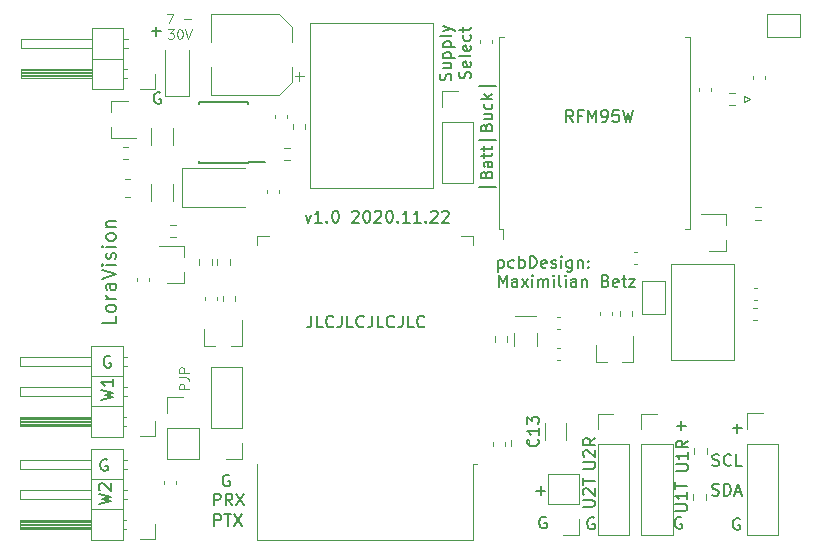
<source format=gbr>
G04 #@! TF.GenerationSoftware,KiCad,Pcbnew,(5.1.7)-1*
G04 #@! TF.CreationDate,2020-12-10T21:45:52+01:00*
G04 #@! TF.ProjectId,lora,6c6f7261-2e6b-4696-9361-645f70636258,v1.0*
G04 #@! TF.SameCoordinates,Original*
G04 #@! TF.FileFunction,Legend,Top*
G04 #@! TF.FilePolarity,Positive*
%FSLAX46Y46*%
G04 Gerber Fmt 4.6, Leading zero omitted, Abs format (unit mm)*
G04 Created by KiCad (PCBNEW (5.1.7)-1) date 2020-12-10 21:45:52*
%MOMM*%
%LPD*%
G01*
G04 APERTURE LIST*
%ADD10C,0.150000*%
%ADD11C,0.120000*%
%ADD12C,0.200000*%
G04 APERTURE END LIST*
D10*
X224581904Y-135040000D02*
X224486666Y-134992380D01*
X224343809Y-134992380D01*
X224200952Y-135040000D01*
X224105714Y-135135238D01*
X224058095Y-135230476D01*
X224010476Y-135420952D01*
X224010476Y-135563809D01*
X224058095Y-135754285D01*
X224105714Y-135849523D01*
X224200952Y-135944761D01*
X224343809Y-135992380D01*
X224439047Y-135992380D01*
X224581904Y-135944761D01*
X224629523Y-135897142D01*
X224629523Y-135563809D01*
X224439047Y-135563809D01*
D11*
X176083333Y-92281904D02*
X176616666Y-92281904D01*
X176273809Y-93081904D01*
X177530952Y-92777142D02*
X178140476Y-92777142D01*
X176159523Y-93601904D02*
X176654761Y-93601904D01*
X176388095Y-93906666D01*
X176502380Y-93906666D01*
X176578571Y-93944761D01*
X176616666Y-93982857D01*
X176654761Y-94059047D01*
X176654761Y-94249523D01*
X176616666Y-94325714D01*
X176578571Y-94363809D01*
X176502380Y-94401904D01*
X176273809Y-94401904D01*
X176197619Y-94363809D01*
X176159523Y-94325714D01*
X177150000Y-93601904D02*
X177226190Y-93601904D01*
X177302380Y-93640000D01*
X177340476Y-93678095D01*
X177378571Y-93754285D01*
X177416666Y-93906666D01*
X177416666Y-94097142D01*
X177378571Y-94249523D01*
X177340476Y-94325714D01*
X177302380Y-94363809D01*
X177226190Y-94401904D01*
X177150000Y-94401904D01*
X177073809Y-94363809D01*
X177035714Y-94325714D01*
X176997619Y-94249523D01*
X176959523Y-94097142D01*
X176959523Y-93906666D01*
X176997619Y-93754285D01*
X177035714Y-93678095D01*
X177073809Y-93640000D01*
X177150000Y-93601904D01*
X177645238Y-93601904D02*
X177911904Y-94401904D01*
X178178571Y-93601904D01*
D10*
X188330952Y-117862380D02*
X188330952Y-118576666D01*
X188283333Y-118719523D01*
X188188095Y-118814761D01*
X188045238Y-118862380D01*
X187950000Y-118862380D01*
X189283333Y-118862380D02*
X188807142Y-118862380D01*
X188807142Y-117862380D01*
X190188095Y-118767142D02*
X190140476Y-118814761D01*
X189997619Y-118862380D01*
X189902380Y-118862380D01*
X189759523Y-118814761D01*
X189664285Y-118719523D01*
X189616666Y-118624285D01*
X189569047Y-118433809D01*
X189569047Y-118290952D01*
X189616666Y-118100476D01*
X189664285Y-118005238D01*
X189759523Y-117910000D01*
X189902380Y-117862380D01*
X189997619Y-117862380D01*
X190140476Y-117910000D01*
X190188095Y-117957619D01*
X190902380Y-117862380D02*
X190902380Y-118576666D01*
X190854761Y-118719523D01*
X190759523Y-118814761D01*
X190616666Y-118862380D01*
X190521428Y-118862380D01*
X191854761Y-118862380D02*
X191378571Y-118862380D01*
X191378571Y-117862380D01*
X192759523Y-118767142D02*
X192711904Y-118814761D01*
X192569047Y-118862380D01*
X192473809Y-118862380D01*
X192330952Y-118814761D01*
X192235714Y-118719523D01*
X192188095Y-118624285D01*
X192140476Y-118433809D01*
X192140476Y-118290952D01*
X192188095Y-118100476D01*
X192235714Y-118005238D01*
X192330952Y-117910000D01*
X192473809Y-117862380D01*
X192569047Y-117862380D01*
X192711904Y-117910000D01*
X192759523Y-117957619D01*
X193473809Y-117862380D02*
X193473809Y-118576666D01*
X193426190Y-118719523D01*
X193330952Y-118814761D01*
X193188095Y-118862380D01*
X193092857Y-118862380D01*
X194426190Y-118862380D02*
X193950000Y-118862380D01*
X193950000Y-117862380D01*
X195330952Y-118767142D02*
X195283333Y-118814761D01*
X195140476Y-118862380D01*
X195045238Y-118862380D01*
X194902380Y-118814761D01*
X194807142Y-118719523D01*
X194759523Y-118624285D01*
X194711904Y-118433809D01*
X194711904Y-118290952D01*
X194759523Y-118100476D01*
X194807142Y-118005238D01*
X194902380Y-117910000D01*
X195045238Y-117862380D01*
X195140476Y-117862380D01*
X195283333Y-117910000D01*
X195330952Y-117957619D01*
X196045238Y-117862380D02*
X196045238Y-118576666D01*
X195997619Y-118719523D01*
X195902380Y-118814761D01*
X195759523Y-118862380D01*
X195664285Y-118862380D01*
X196997619Y-118862380D02*
X196521428Y-118862380D01*
X196521428Y-117862380D01*
X197902380Y-118767142D02*
X197854761Y-118814761D01*
X197711904Y-118862380D01*
X197616666Y-118862380D01*
X197473809Y-118814761D01*
X197378571Y-118719523D01*
X197330952Y-118624285D01*
X197283333Y-118433809D01*
X197283333Y-118290952D01*
X197330952Y-118100476D01*
X197378571Y-118005238D01*
X197473809Y-117910000D01*
X197616666Y-117862380D01*
X197711904Y-117862380D01*
X197854761Y-117910000D01*
X197902380Y-117957619D01*
X223989047Y-127381428D02*
X224750952Y-127381428D01*
X224370000Y-127762380D02*
X224370000Y-127000476D01*
D12*
X171762857Y-117902857D02*
X171762857Y-118474285D01*
X170562857Y-118474285D01*
X171762857Y-117331428D02*
X171705714Y-117445714D01*
X171648571Y-117502857D01*
X171534285Y-117560000D01*
X171191428Y-117560000D01*
X171077142Y-117502857D01*
X171020000Y-117445714D01*
X170962857Y-117331428D01*
X170962857Y-117160000D01*
X171020000Y-117045714D01*
X171077142Y-116988571D01*
X171191428Y-116931428D01*
X171534285Y-116931428D01*
X171648571Y-116988571D01*
X171705714Y-117045714D01*
X171762857Y-117160000D01*
X171762857Y-117331428D01*
X171762857Y-116417142D02*
X170962857Y-116417142D01*
X171191428Y-116417142D02*
X171077142Y-116360000D01*
X171020000Y-116302857D01*
X170962857Y-116188571D01*
X170962857Y-116074285D01*
X171762857Y-115160000D02*
X171134285Y-115160000D01*
X171020000Y-115217142D01*
X170962857Y-115331428D01*
X170962857Y-115560000D01*
X171020000Y-115674285D01*
X171705714Y-115160000D02*
X171762857Y-115274285D01*
X171762857Y-115560000D01*
X171705714Y-115674285D01*
X171591428Y-115731428D01*
X171477142Y-115731428D01*
X171362857Y-115674285D01*
X171305714Y-115560000D01*
X171305714Y-115274285D01*
X171248571Y-115160000D01*
X170562857Y-114760000D02*
X171762857Y-114360000D01*
X170562857Y-113960000D01*
X171762857Y-113560000D02*
X170962857Y-113560000D01*
X170562857Y-113560000D02*
X170620000Y-113617142D01*
X170677142Y-113560000D01*
X170620000Y-113502857D01*
X170562857Y-113560000D01*
X170677142Y-113560000D01*
X171705714Y-113045714D02*
X171762857Y-112931428D01*
X171762857Y-112702857D01*
X171705714Y-112588571D01*
X171591428Y-112531428D01*
X171534285Y-112531428D01*
X171420000Y-112588571D01*
X171362857Y-112702857D01*
X171362857Y-112874285D01*
X171305714Y-112988571D01*
X171191428Y-113045714D01*
X171134285Y-113045714D01*
X171020000Y-112988571D01*
X170962857Y-112874285D01*
X170962857Y-112702857D01*
X171020000Y-112588571D01*
X171762857Y-112017142D02*
X170962857Y-112017142D01*
X170562857Y-112017142D02*
X170620000Y-112074285D01*
X170677142Y-112017142D01*
X170620000Y-111960000D01*
X170562857Y-112017142D01*
X170677142Y-112017142D01*
X171762857Y-111274285D02*
X171705714Y-111388571D01*
X171648571Y-111445714D01*
X171534285Y-111502857D01*
X171191428Y-111502857D01*
X171077142Y-111445714D01*
X171020000Y-111388571D01*
X170962857Y-111274285D01*
X170962857Y-111102857D01*
X171020000Y-110988571D01*
X171077142Y-110931428D01*
X171191428Y-110874285D01*
X171534285Y-110874285D01*
X171648571Y-110931428D01*
X171705714Y-110988571D01*
X171762857Y-111102857D01*
X171762857Y-111274285D01*
X170962857Y-110360000D02*
X171762857Y-110360000D01*
X171077142Y-110360000D02*
X171020000Y-110302857D01*
X170962857Y-110188571D01*
X170962857Y-110017142D01*
X171020000Y-109902857D01*
X171134285Y-109845714D01*
X171762857Y-109845714D01*
D10*
X187834761Y-109315714D02*
X188072857Y-109982380D01*
X188310952Y-109315714D01*
X189215714Y-109982380D02*
X188644285Y-109982380D01*
X188930000Y-109982380D02*
X188930000Y-108982380D01*
X188834761Y-109125238D01*
X188739523Y-109220476D01*
X188644285Y-109268095D01*
X189644285Y-109887142D02*
X189691904Y-109934761D01*
X189644285Y-109982380D01*
X189596666Y-109934761D01*
X189644285Y-109887142D01*
X189644285Y-109982380D01*
X190310952Y-108982380D02*
X190406190Y-108982380D01*
X190501428Y-109030000D01*
X190549047Y-109077619D01*
X190596666Y-109172857D01*
X190644285Y-109363333D01*
X190644285Y-109601428D01*
X190596666Y-109791904D01*
X190549047Y-109887142D01*
X190501428Y-109934761D01*
X190406190Y-109982380D01*
X190310952Y-109982380D01*
X190215714Y-109934761D01*
X190168095Y-109887142D01*
X190120476Y-109791904D01*
X190072857Y-109601428D01*
X190072857Y-109363333D01*
X190120476Y-109172857D01*
X190168095Y-109077619D01*
X190215714Y-109030000D01*
X190310952Y-108982380D01*
X191787142Y-109077619D02*
X191834761Y-109030000D01*
X191930000Y-108982380D01*
X192168095Y-108982380D01*
X192263333Y-109030000D01*
X192310952Y-109077619D01*
X192358571Y-109172857D01*
X192358571Y-109268095D01*
X192310952Y-109410952D01*
X191739523Y-109982380D01*
X192358571Y-109982380D01*
X192977619Y-108982380D02*
X193072857Y-108982380D01*
X193168095Y-109030000D01*
X193215714Y-109077619D01*
X193263333Y-109172857D01*
X193310952Y-109363333D01*
X193310952Y-109601428D01*
X193263333Y-109791904D01*
X193215714Y-109887142D01*
X193168095Y-109934761D01*
X193072857Y-109982380D01*
X192977619Y-109982380D01*
X192882380Y-109934761D01*
X192834761Y-109887142D01*
X192787142Y-109791904D01*
X192739523Y-109601428D01*
X192739523Y-109363333D01*
X192787142Y-109172857D01*
X192834761Y-109077619D01*
X192882380Y-109030000D01*
X192977619Y-108982380D01*
X193691904Y-109077619D02*
X193739523Y-109030000D01*
X193834761Y-108982380D01*
X194072857Y-108982380D01*
X194168095Y-109030000D01*
X194215714Y-109077619D01*
X194263333Y-109172857D01*
X194263333Y-109268095D01*
X194215714Y-109410952D01*
X193644285Y-109982380D01*
X194263333Y-109982380D01*
X194882380Y-108982380D02*
X194977619Y-108982380D01*
X195072857Y-109030000D01*
X195120476Y-109077619D01*
X195168095Y-109172857D01*
X195215714Y-109363333D01*
X195215714Y-109601428D01*
X195168095Y-109791904D01*
X195120476Y-109887142D01*
X195072857Y-109934761D01*
X194977619Y-109982380D01*
X194882380Y-109982380D01*
X194787142Y-109934761D01*
X194739523Y-109887142D01*
X194691904Y-109791904D01*
X194644285Y-109601428D01*
X194644285Y-109363333D01*
X194691904Y-109172857D01*
X194739523Y-109077619D01*
X194787142Y-109030000D01*
X194882380Y-108982380D01*
X195644285Y-109887142D02*
X195691904Y-109934761D01*
X195644285Y-109982380D01*
X195596666Y-109934761D01*
X195644285Y-109887142D01*
X195644285Y-109982380D01*
X196644285Y-109982380D02*
X196072857Y-109982380D01*
X196358571Y-109982380D02*
X196358571Y-108982380D01*
X196263333Y-109125238D01*
X196168095Y-109220476D01*
X196072857Y-109268095D01*
X197596666Y-109982380D02*
X197025238Y-109982380D01*
X197310952Y-109982380D02*
X197310952Y-108982380D01*
X197215714Y-109125238D01*
X197120476Y-109220476D01*
X197025238Y-109268095D01*
X198025238Y-109887142D02*
X198072857Y-109934761D01*
X198025238Y-109982380D01*
X197977619Y-109934761D01*
X198025238Y-109887142D01*
X198025238Y-109982380D01*
X198453809Y-109077619D02*
X198501428Y-109030000D01*
X198596666Y-108982380D01*
X198834761Y-108982380D01*
X198930000Y-109030000D01*
X198977619Y-109077619D01*
X199025238Y-109172857D01*
X199025238Y-109268095D01*
X198977619Y-109410952D01*
X198406190Y-109982380D01*
X199025238Y-109982380D01*
X199406190Y-109077619D02*
X199453809Y-109030000D01*
X199549047Y-108982380D01*
X199787142Y-108982380D01*
X199882380Y-109030000D01*
X199930000Y-109077619D01*
X199977619Y-109172857D01*
X199977619Y-109268095D01*
X199930000Y-109410952D01*
X199358571Y-109982380D01*
X199977619Y-109982380D01*
D12*
X204191904Y-115422380D02*
X204191904Y-114422380D01*
X204525238Y-115136666D01*
X204858571Y-114422380D01*
X204858571Y-115422380D01*
X205763333Y-115422380D02*
X205763333Y-114898571D01*
X205715714Y-114803333D01*
X205620476Y-114755714D01*
X205430000Y-114755714D01*
X205334761Y-114803333D01*
X205763333Y-115374761D02*
X205668095Y-115422380D01*
X205430000Y-115422380D01*
X205334761Y-115374761D01*
X205287142Y-115279523D01*
X205287142Y-115184285D01*
X205334761Y-115089047D01*
X205430000Y-115041428D01*
X205668095Y-115041428D01*
X205763333Y-114993809D01*
X206144285Y-115422380D02*
X206668095Y-114755714D01*
X206144285Y-114755714D02*
X206668095Y-115422380D01*
X207049047Y-115422380D02*
X207049047Y-114755714D01*
X207049047Y-114422380D02*
X207001428Y-114470000D01*
X207049047Y-114517619D01*
X207096666Y-114470000D01*
X207049047Y-114422380D01*
X207049047Y-114517619D01*
X207525238Y-115422380D02*
X207525238Y-114755714D01*
X207525238Y-114850952D02*
X207572857Y-114803333D01*
X207668095Y-114755714D01*
X207810952Y-114755714D01*
X207906190Y-114803333D01*
X207953809Y-114898571D01*
X207953809Y-115422380D01*
X207953809Y-114898571D02*
X208001428Y-114803333D01*
X208096666Y-114755714D01*
X208239523Y-114755714D01*
X208334761Y-114803333D01*
X208382380Y-114898571D01*
X208382380Y-115422380D01*
X208858571Y-115422380D02*
X208858571Y-114755714D01*
X208858571Y-114422380D02*
X208810952Y-114470000D01*
X208858571Y-114517619D01*
X208906190Y-114470000D01*
X208858571Y-114422380D01*
X208858571Y-114517619D01*
X209477619Y-115422380D02*
X209382380Y-115374761D01*
X209334761Y-115279523D01*
X209334761Y-114422380D01*
X209858571Y-115422380D02*
X209858571Y-114755714D01*
X209858571Y-114422380D02*
X209810952Y-114470000D01*
X209858571Y-114517619D01*
X209906190Y-114470000D01*
X209858571Y-114422380D01*
X209858571Y-114517619D01*
X210763333Y-115422380D02*
X210763333Y-114898571D01*
X210715714Y-114803333D01*
X210620476Y-114755714D01*
X210430000Y-114755714D01*
X210334761Y-114803333D01*
X210763333Y-115374761D02*
X210668095Y-115422380D01*
X210430000Y-115422380D01*
X210334761Y-115374761D01*
X210287142Y-115279523D01*
X210287142Y-115184285D01*
X210334761Y-115089047D01*
X210430000Y-115041428D01*
X210668095Y-115041428D01*
X210763333Y-114993809D01*
X211239523Y-114755714D02*
X211239523Y-115422380D01*
X211239523Y-114850952D02*
X211287142Y-114803333D01*
X211382380Y-114755714D01*
X211525238Y-114755714D01*
X211620476Y-114803333D01*
X211668095Y-114898571D01*
X211668095Y-115422380D01*
X213239523Y-114898571D02*
X213382380Y-114946190D01*
X213430000Y-114993809D01*
X213477619Y-115089047D01*
X213477619Y-115231904D01*
X213430000Y-115327142D01*
X213382380Y-115374761D01*
X213287142Y-115422380D01*
X212906190Y-115422380D01*
X212906190Y-114422380D01*
X213239523Y-114422380D01*
X213334761Y-114470000D01*
X213382380Y-114517619D01*
X213430000Y-114612857D01*
X213430000Y-114708095D01*
X213382380Y-114803333D01*
X213334761Y-114850952D01*
X213239523Y-114898571D01*
X212906190Y-114898571D01*
X214287142Y-115374761D02*
X214191904Y-115422380D01*
X214001428Y-115422380D01*
X213906190Y-115374761D01*
X213858571Y-115279523D01*
X213858571Y-114898571D01*
X213906190Y-114803333D01*
X214001428Y-114755714D01*
X214191904Y-114755714D01*
X214287142Y-114803333D01*
X214334761Y-114898571D01*
X214334761Y-114993809D01*
X213858571Y-115089047D01*
X214620476Y-114755714D02*
X215001428Y-114755714D01*
X214763333Y-114422380D02*
X214763333Y-115279523D01*
X214810952Y-115374761D01*
X214906190Y-115422380D01*
X215001428Y-115422380D01*
X215239523Y-114755714D02*
X215763333Y-114755714D01*
X215239523Y-115422380D01*
X215763333Y-115422380D01*
D10*
X204160476Y-113155714D02*
X204160476Y-114155714D01*
X204160476Y-113203333D02*
X204255714Y-113155714D01*
X204446190Y-113155714D01*
X204541428Y-113203333D01*
X204589047Y-113250952D01*
X204636666Y-113346190D01*
X204636666Y-113631904D01*
X204589047Y-113727142D01*
X204541428Y-113774761D01*
X204446190Y-113822380D01*
X204255714Y-113822380D01*
X204160476Y-113774761D01*
X205493809Y-113774761D02*
X205398571Y-113822380D01*
X205208095Y-113822380D01*
X205112857Y-113774761D01*
X205065238Y-113727142D01*
X205017619Y-113631904D01*
X205017619Y-113346190D01*
X205065238Y-113250952D01*
X205112857Y-113203333D01*
X205208095Y-113155714D01*
X205398571Y-113155714D01*
X205493809Y-113203333D01*
X205922380Y-113822380D02*
X205922380Y-112822380D01*
X205922380Y-113203333D02*
X206017619Y-113155714D01*
X206208095Y-113155714D01*
X206303333Y-113203333D01*
X206350952Y-113250952D01*
X206398571Y-113346190D01*
X206398571Y-113631904D01*
X206350952Y-113727142D01*
X206303333Y-113774761D01*
X206208095Y-113822380D01*
X206017619Y-113822380D01*
X205922380Y-113774761D01*
X206827142Y-113822380D02*
X206827142Y-112822380D01*
X207065238Y-112822380D01*
X207208095Y-112870000D01*
X207303333Y-112965238D01*
X207350952Y-113060476D01*
X207398571Y-113250952D01*
X207398571Y-113393809D01*
X207350952Y-113584285D01*
X207303333Y-113679523D01*
X207208095Y-113774761D01*
X207065238Y-113822380D01*
X206827142Y-113822380D01*
X208208095Y-113774761D02*
X208112857Y-113822380D01*
X207922380Y-113822380D01*
X207827142Y-113774761D01*
X207779523Y-113679523D01*
X207779523Y-113298571D01*
X207827142Y-113203333D01*
X207922380Y-113155714D01*
X208112857Y-113155714D01*
X208208095Y-113203333D01*
X208255714Y-113298571D01*
X208255714Y-113393809D01*
X207779523Y-113489047D01*
X208636666Y-113774761D02*
X208731904Y-113822380D01*
X208922380Y-113822380D01*
X209017619Y-113774761D01*
X209065238Y-113679523D01*
X209065238Y-113631904D01*
X209017619Y-113536666D01*
X208922380Y-113489047D01*
X208779523Y-113489047D01*
X208684285Y-113441428D01*
X208636666Y-113346190D01*
X208636666Y-113298571D01*
X208684285Y-113203333D01*
X208779523Y-113155714D01*
X208922380Y-113155714D01*
X209017619Y-113203333D01*
X209493809Y-113822380D02*
X209493809Y-113155714D01*
X209493809Y-112822380D02*
X209446190Y-112870000D01*
X209493809Y-112917619D01*
X209541428Y-112870000D01*
X209493809Y-112822380D01*
X209493809Y-112917619D01*
X210398571Y-113155714D02*
X210398571Y-113965238D01*
X210350952Y-114060476D01*
X210303333Y-114108095D01*
X210208095Y-114155714D01*
X210065238Y-114155714D01*
X209970000Y-114108095D01*
X210398571Y-113774761D02*
X210303333Y-113822380D01*
X210112857Y-113822380D01*
X210017619Y-113774761D01*
X209970000Y-113727142D01*
X209922380Y-113631904D01*
X209922380Y-113346190D01*
X209970000Y-113250952D01*
X210017619Y-113203333D01*
X210112857Y-113155714D01*
X210303333Y-113155714D01*
X210398571Y-113203333D01*
X210874761Y-113155714D02*
X210874761Y-113822380D01*
X210874761Y-113250952D02*
X210922380Y-113203333D01*
X211017619Y-113155714D01*
X211160476Y-113155714D01*
X211255714Y-113203333D01*
X211303333Y-113298571D01*
X211303333Y-113822380D01*
X211779523Y-113727142D02*
X211827142Y-113774761D01*
X211779523Y-113822380D01*
X211731904Y-113774761D01*
X211779523Y-113727142D01*
X211779523Y-113822380D01*
X211779523Y-113203333D02*
X211827142Y-113250952D01*
X211779523Y-113298571D01*
X211731904Y-113250952D01*
X211779523Y-113203333D01*
X211779523Y-113298571D01*
X210485714Y-101452380D02*
X210152380Y-100976190D01*
X209914285Y-101452380D02*
X209914285Y-100452380D01*
X210295238Y-100452380D01*
X210390476Y-100500000D01*
X210438095Y-100547619D01*
X210485714Y-100642857D01*
X210485714Y-100785714D01*
X210438095Y-100880952D01*
X210390476Y-100928571D01*
X210295238Y-100976190D01*
X209914285Y-100976190D01*
X211247619Y-100928571D02*
X210914285Y-100928571D01*
X210914285Y-101452380D02*
X210914285Y-100452380D01*
X211390476Y-100452380D01*
X211771428Y-101452380D02*
X211771428Y-100452380D01*
X212104761Y-101166666D01*
X212438095Y-100452380D01*
X212438095Y-101452380D01*
X212961904Y-101452380D02*
X213152380Y-101452380D01*
X213247619Y-101404761D01*
X213295238Y-101357142D01*
X213390476Y-101214285D01*
X213438095Y-101023809D01*
X213438095Y-100642857D01*
X213390476Y-100547619D01*
X213342857Y-100500000D01*
X213247619Y-100452380D01*
X213057142Y-100452380D01*
X212961904Y-100500000D01*
X212914285Y-100547619D01*
X212866666Y-100642857D01*
X212866666Y-100880952D01*
X212914285Y-100976190D01*
X212961904Y-101023809D01*
X213057142Y-101071428D01*
X213247619Y-101071428D01*
X213342857Y-101023809D01*
X213390476Y-100976190D01*
X213438095Y-100880952D01*
X214342857Y-100452380D02*
X213866666Y-100452380D01*
X213819047Y-100928571D01*
X213866666Y-100880952D01*
X213961904Y-100833333D01*
X214200000Y-100833333D01*
X214295238Y-100880952D01*
X214342857Y-100928571D01*
X214390476Y-101023809D01*
X214390476Y-101261904D01*
X214342857Y-101357142D01*
X214295238Y-101404761D01*
X214200000Y-101452380D01*
X213961904Y-101452380D01*
X213866666Y-101404761D01*
X213819047Y-101357142D01*
X214723809Y-100452380D02*
X214961904Y-101452380D01*
X215152380Y-100738095D01*
X215342857Y-101452380D01*
X215580952Y-100452380D01*
X175551904Y-98990000D02*
X175456666Y-98942380D01*
X175313809Y-98942380D01*
X175170952Y-98990000D01*
X175075714Y-99085238D01*
X175028095Y-99180476D01*
X174980476Y-99370952D01*
X174980476Y-99513809D01*
X175028095Y-99704285D01*
X175075714Y-99799523D01*
X175170952Y-99894761D01*
X175313809Y-99942380D01*
X175409047Y-99942380D01*
X175551904Y-99894761D01*
X175599523Y-99847142D01*
X175599523Y-99513809D01*
X175409047Y-99513809D01*
X174799047Y-93791428D02*
X175560952Y-93791428D01*
X175180000Y-94172380D02*
X175180000Y-93410476D01*
X208201904Y-134920000D02*
X208106666Y-134872380D01*
X207963809Y-134872380D01*
X207820952Y-134920000D01*
X207725714Y-135015238D01*
X207678095Y-135110476D01*
X207630476Y-135300952D01*
X207630476Y-135443809D01*
X207678095Y-135634285D01*
X207725714Y-135729523D01*
X207820952Y-135824761D01*
X207963809Y-135872380D01*
X208059047Y-135872380D01*
X208201904Y-135824761D01*
X208249523Y-135777142D01*
X208249523Y-135443809D01*
X208059047Y-135443809D01*
X219661904Y-134950000D02*
X219566666Y-134902380D01*
X219423809Y-134902380D01*
X219280952Y-134950000D01*
X219185714Y-135045238D01*
X219138095Y-135140476D01*
X219090476Y-135330952D01*
X219090476Y-135473809D01*
X219138095Y-135664285D01*
X219185714Y-135759523D01*
X219280952Y-135854761D01*
X219423809Y-135902380D01*
X219519047Y-135902380D01*
X219661904Y-135854761D01*
X219709523Y-135807142D01*
X219709523Y-135473809D01*
X219519047Y-135473809D01*
X170322380Y-133834761D02*
X171322380Y-133596666D01*
X170608095Y-133406190D01*
X171322380Y-133215714D01*
X170322380Y-132977619D01*
X170417619Y-132644285D02*
X170370000Y-132596666D01*
X170322380Y-132501428D01*
X170322380Y-132263333D01*
X170370000Y-132168095D01*
X170417619Y-132120476D01*
X170512857Y-132072857D01*
X170608095Y-132072857D01*
X170750952Y-132120476D01*
X171322380Y-132691904D01*
X171322380Y-132072857D01*
X219202380Y-131011904D02*
X220011904Y-131011904D01*
X220107142Y-130964285D01*
X220154761Y-130916666D01*
X220202380Y-130821428D01*
X220202380Y-130630952D01*
X220154761Y-130535714D01*
X220107142Y-130488095D01*
X220011904Y-130440476D01*
X219202380Y-130440476D01*
X220202380Y-129440476D02*
X220202380Y-130011904D01*
X220202380Y-129726190D02*
X219202380Y-129726190D01*
X219345238Y-129821428D01*
X219440476Y-129916666D01*
X219488095Y-130011904D01*
X220202380Y-128440476D02*
X219726190Y-128773809D01*
X220202380Y-129011904D02*
X219202380Y-129011904D01*
X219202380Y-128630952D01*
X219250000Y-128535714D01*
X219297619Y-128488095D01*
X219392857Y-128440476D01*
X219535714Y-128440476D01*
X219630952Y-128488095D01*
X219678571Y-128535714D01*
X219726190Y-128630952D01*
X219726190Y-129011904D01*
X219152380Y-134392857D02*
X219961904Y-134392857D01*
X220057142Y-134345238D01*
X220104761Y-134297619D01*
X220152380Y-134202380D01*
X220152380Y-134011904D01*
X220104761Y-133916666D01*
X220057142Y-133869047D01*
X219961904Y-133821428D01*
X219152380Y-133821428D01*
X220152380Y-132821428D02*
X220152380Y-133392857D01*
X220152380Y-133107142D02*
X219152380Y-133107142D01*
X219295238Y-133202380D01*
X219390476Y-133297619D01*
X219438095Y-133392857D01*
X219152380Y-132535714D02*
X219152380Y-131964285D01*
X220152380Y-132250000D02*
X219152380Y-132250000D01*
X171031904Y-130060000D02*
X170936666Y-130012380D01*
X170793809Y-130012380D01*
X170650952Y-130060000D01*
X170555714Y-130155238D01*
X170508095Y-130250476D01*
X170460476Y-130440952D01*
X170460476Y-130583809D01*
X170508095Y-130774285D01*
X170555714Y-130869523D01*
X170650952Y-130964761D01*
X170793809Y-131012380D01*
X170889047Y-131012380D01*
X171031904Y-130964761D01*
X171079523Y-130917142D01*
X171079523Y-130583809D01*
X170889047Y-130583809D01*
X171301904Y-121310000D02*
X171206666Y-121262380D01*
X171063809Y-121262380D01*
X170920952Y-121310000D01*
X170825714Y-121405238D01*
X170778095Y-121500476D01*
X170730476Y-121690952D01*
X170730476Y-121833809D01*
X170778095Y-122024285D01*
X170825714Y-122119523D01*
X170920952Y-122214761D01*
X171063809Y-122262380D01*
X171159047Y-122262380D01*
X171301904Y-122214761D01*
X171349523Y-122167142D01*
X171349523Y-121833809D01*
X171159047Y-121833809D01*
X212261904Y-135000000D02*
X212166666Y-134952380D01*
X212023809Y-134952380D01*
X211880952Y-135000000D01*
X211785714Y-135095238D01*
X211738095Y-135190476D01*
X211690476Y-135380952D01*
X211690476Y-135523809D01*
X211738095Y-135714285D01*
X211785714Y-135809523D01*
X211880952Y-135904761D01*
X212023809Y-135952380D01*
X212119047Y-135952380D01*
X212261904Y-135904761D01*
X212309523Y-135857142D01*
X212309523Y-135523809D01*
X212119047Y-135523809D01*
X211352380Y-130811904D02*
X212161904Y-130811904D01*
X212257142Y-130764285D01*
X212304761Y-130716666D01*
X212352380Y-130621428D01*
X212352380Y-130430952D01*
X212304761Y-130335714D01*
X212257142Y-130288095D01*
X212161904Y-130240476D01*
X211352380Y-130240476D01*
X211447619Y-129811904D02*
X211400000Y-129764285D01*
X211352380Y-129669047D01*
X211352380Y-129430952D01*
X211400000Y-129335714D01*
X211447619Y-129288095D01*
X211542857Y-129240476D01*
X211638095Y-129240476D01*
X211780952Y-129288095D01*
X212352380Y-129859523D01*
X212352380Y-129240476D01*
X212352380Y-128240476D02*
X211876190Y-128573809D01*
X212352380Y-128811904D02*
X211352380Y-128811904D01*
X211352380Y-128430952D01*
X211400000Y-128335714D01*
X211447619Y-128288095D01*
X211542857Y-128240476D01*
X211685714Y-128240476D01*
X211780952Y-128288095D01*
X211828571Y-128335714D01*
X211876190Y-128430952D01*
X211876190Y-128811904D01*
X211302380Y-134042857D02*
X212111904Y-134042857D01*
X212207142Y-133995238D01*
X212254761Y-133947619D01*
X212302380Y-133852380D01*
X212302380Y-133661904D01*
X212254761Y-133566666D01*
X212207142Y-133519047D01*
X212111904Y-133471428D01*
X211302380Y-133471428D01*
X211397619Y-133042857D02*
X211350000Y-132995238D01*
X211302380Y-132900000D01*
X211302380Y-132661904D01*
X211350000Y-132566666D01*
X211397619Y-132519047D01*
X211492857Y-132471428D01*
X211588095Y-132471428D01*
X211730952Y-132519047D01*
X212302380Y-133090476D01*
X212302380Y-132471428D01*
X211302380Y-132185714D02*
X211302380Y-131614285D01*
X212302380Y-131900000D02*
X211302380Y-131900000D01*
X170552380Y-124994761D02*
X171552380Y-124756666D01*
X170838095Y-124566190D01*
X171552380Y-124375714D01*
X170552380Y-124137619D01*
X171552380Y-123232857D02*
X171552380Y-123804285D01*
X171552380Y-123518571D02*
X170552380Y-123518571D01*
X170695238Y-123613809D01*
X170790476Y-123709047D01*
X170838095Y-123804285D01*
X219269047Y-127171428D02*
X220030952Y-127171428D01*
X219650000Y-127552380D02*
X219650000Y-126790476D01*
X207359047Y-132671428D02*
X208120952Y-132671428D01*
X207740000Y-133052380D02*
X207740000Y-132290476D01*
X203985714Y-106961904D02*
X202557142Y-106961904D01*
X203128571Y-105914285D02*
X203176190Y-105771428D01*
X203223809Y-105723809D01*
X203319047Y-105676190D01*
X203461904Y-105676190D01*
X203557142Y-105723809D01*
X203604761Y-105771428D01*
X203652380Y-105866666D01*
X203652380Y-106247619D01*
X202652380Y-106247619D01*
X202652380Y-105914285D01*
X202700000Y-105819047D01*
X202747619Y-105771428D01*
X202842857Y-105723809D01*
X202938095Y-105723809D01*
X203033333Y-105771428D01*
X203080952Y-105819047D01*
X203128571Y-105914285D01*
X203128571Y-106247619D01*
X203652380Y-104819047D02*
X203128571Y-104819047D01*
X203033333Y-104866666D01*
X202985714Y-104961904D01*
X202985714Y-105152380D01*
X203033333Y-105247619D01*
X203604761Y-104819047D02*
X203652380Y-104914285D01*
X203652380Y-105152380D01*
X203604761Y-105247619D01*
X203509523Y-105295238D01*
X203414285Y-105295238D01*
X203319047Y-105247619D01*
X203271428Y-105152380D01*
X203271428Y-104914285D01*
X203223809Y-104819047D01*
X202985714Y-104485714D02*
X202985714Y-104104761D01*
X202652380Y-104342857D02*
X203509523Y-104342857D01*
X203604761Y-104295238D01*
X203652380Y-104200000D01*
X203652380Y-104104761D01*
X202985714Y-103914285D02*
X202985714Y-103533333D01*
X202652380Y-103771428D02*
X203509523Y-103771428D01*
X203604761Y-103723809D01*
X203652380Y-103628571D01*
X203652380Y-103533333D01*
X203985714Y-102961904D02*
X202557142Y-102961904D01*
X203128571Y-101914285D02*
X203176190Y-101771428D01*
X203223809Y-101723809D01*
X203319047Y-101676190D01*
X203461904Y-101676190D01*
X203557142Y-101723809D01*
X203604761Y-101771428D01*
X203652380Y-101866666D01*
X203652380Y-102247619D01*
X202652380Y-102247619D01*
X202652380Y-101914285D01*
X202700000Y-101819047D01*
X202747619Y-101771428D01*
X202842857Y-101723809D01*
X202938095Y-101723809D01*
X203033333Y-101771428D01*
X203080952Y-101819047D01*
X203128571Y-101914285D01*
X203128571Y-102247619D01*
X202985714Y-100819047D02*
X203652380Y-100819047D01*
X202985714Y-101247619D02*
X203509523Y-101247619D01*
X203604761Y-101200000D01*
X203652380Y-101104761D01*
X203652380Y-100961904D01*
X203604761Y-100866666D01*
X203557142Y-100819047D01*
X203604761Y-99914285D02*
X203652380Y-100009523D01*
X203652380Y-100200000D01*
X203604761Y-100295238D01*
X203557142Y-100342857D01*
X203461904Y-100390476D01*
X203176190Y-100390476D01*
X203080952Y-100342857D01*
X203033333Y-100295238D01*
X202985714Y-100200000D01*
X202985714Y-100009523D01*
X203033333Y-99914285D01*
X203652380Y-99485714D02*
X202652380Y-99485714D01*
X203271428Y-99390476D02*
X203652380Y-99104761D01*
X202985714Y-99104761D02*
X203366666Y-99485714D01*
X203985714Y-98438095D02*
X202557142Y-98438095D01*
X200129761Y-97935714D02*
X200177380Y-97792857D01*
X200177380Y-97554761D01*
X200129761Y-97459523D01*
X200082142Y-97411904D01*
X199986904Y-97364285D01*
X199891666Y-97364285D01*
X199796428Y-97411904D01*
X199748809Y-97459523D01*
X199701190Y-97554761D01*
X199653571Y-97745238D01*
X199605952Y-97840476D01*
X199558333Y-97888095D01*
X199463095Y-97935714D01*
X199367857Y-97935714D01*
X199272619Y-97888095D01*
X199225000Y-97840476D01*
X199177380Y-97745238D01*
X199177380Y-97507142D01*
X199225000Y-97364285D01*
X199510714Y-96507142D02*
X200177380Y-96507142D01*
X199510714Y-96935714D02*
X200034523Y-96935714D01*
X200129761Y-96888095D01*
X200177380Y-96792857D01*
X200177380Y-96650000D01*
X200129761Y-96554761D01*
X200082142Y-96507142D01*
X199510714Y-96030952D02*
X200510714Y-96030952D01*
X199558333Y-96030952D02*
X199510714Y-95935714D01*
X199510714Y-95745238D01*
X199558333Y-95650000D01*
X199605952Y-95602380D01*
X199701190Y-95554761D01*
X199986904Y-95554761D01*
X200082142Y-95602380D01*
X200129761Y-95650000D01*
X200177380Y-95745238D01*
X200177380Y-95935714D01*
X200129761Y-96030952D01*
X199510714Y-95126190D02*
X200510714Y-95126190D01*
X199558333Y-95126190D02*
X199510714Y-95030952D01*
X199510714Y-94840476D01*
X199558333Y-94745238D01*
X199605952Y-94697619D01*
X199701190Y-94650000D01*
X199986904Y-94650000D01*
X200082142Y-94697619D01*
X200129761Y-94745238D01*
X200177380Y-94840476D01*
X200177380Y-95030952D01*
X200129761Y-95126190D01*
X200177380Y-94078571D02*
X200129761Y-94173809D01*
X200034523Y-94221428D01*
X199177380Y-94221428D01*
X199510714Y-93792857D02*
X200177380Y-93554761D01*
X199510714Y-93316666D02*
X200177380Y-93554761D01*
X200415476Y-93650000D01*
X200463095Y-93697619D01*
X200510714Y-93792857D01*
X201779761Y-97769047D02*
X201827380Y-97626190D01*
X201827380Y-97388095D01*
X201779761Y-97292857D01*
X201732142Y-97245238D01*
X201636904Y-97197619D01*
X201541666Y-97197619D01*
X201446428Y-97245238D01*
X201398809Y-97292857D01*
X201351190Y-97388095D01*
X201303571Y-97578571D01*
X201255952Y-97673809D01*
X201208333Y-97721428D01*
X201113095Y-97769047D01*
X201017857Y-97769047D01*
X200922619Y-97721428D01*
X200875000Y-97673809D01*
X200827380Y-97578571D01*
X200827380Y-97340476D01*
X200875000Y-97197619D01*
X201779761Y-96388095D02*
X201827380Y-96483333D01*
X201827380Y-96673809D01*
X201779761Y-96769047D01*
X201684523Y-96816666D01*
X201303571Y-96816666D01*
X201208333Y-96769047D01*
X201160714Y-96673809D01*
X201160714Y-96483333D01*
X201208333Y-96388095D01*
X201303571Y-96340476D01*
X201398809Y-96340476D01*
X201494047Y-96816666D01*
X201827380Y-95769047D02*
X201779761Y-95864285D01*
X201684523Y-95911904D01*
X200827380Y-95911904D01*
X201779761Y-95007142D02*
X201827380Y-95102380D01*
X201827380Y-95292857D01*
X201779761Y-95388095D01*
X201684523Y-95435714D01*
X201303571Y-95435714D01*
X201208333Y-95388095D01*
X201160714Y-95292857D01*
X201160714Y-95102380D01*
X201208333Y-95007142D01*
X201303571Y-94959523D01*
X201398809Y-94959523D01*
X201494047Y-95435714D01*
X201779761Y-94102380D02*
X201827380Y-94197619D01*
X201827380Y-94388095D01*
X201779761Y-94483333D01*
X201732142Y-94530952D01*
X201636904Y-94578571D01*
X201351190Y-94578571D01*
X201255952Y-94530952D01*
X201208333Y-94483333D01*
X201160714Y-94388095D01*
X201160714Y-94197619D01*
X201208333Y-94102380D01*
X201160714Y-93816666D02*
X201160714Y-93435714D01*
X200827380Y-93673809D02*
X201684523Y-93673809D01*
X201779761Y-93626190D01*
X201827380Y-93530952D01*
X201827380Y-93435714D01*
D11*
X177941904Y-124094285D02*
X177141904Y-124094285D01*
X177141904Y-123789523D01*
X177180000Y-123713333D01*
X177218095Y-123675238D01*
X177294285Y-123637142D01*
X177408571Y-123637142D01*
X177484761Y-123675238D01*
X177522857Y-123713333D01*
X177560952Y-123789523D01*
X177560952Y-124094285D01*
X177141904Y-123065714D02*
X177713333Y-123065714D01*
X177827619Y-123103809D01*
X177903809Y-123180000D01*
X177941904Y-123294285D01*
X177941904Y-123370476D01*
X177941904Y-122684761D02*
X177141904Y-122684761D01*
X177141904Y-122380000D01*
X177180000Y-122303809D01*
X177218095Y-122265714D01*
X177294285Y-122227619D01*
X177408571Y-122227619D01*
X177484761Y-122265714D01*
X177522857Y-122303809D01*
X177560952Y-122380000D01*
X177560952Y-122684761D01*
D10*
X181391904Y-131370000D02*
X181296666Y-131322380D01*
X181153809Y-131322380D01*
X181010952Y-131370000D01*
X180915714Y-131465238D01*
X180868095Y-131560476D01*
X180820476Y-131750952D01*
X180820476Y-131893809D01*
X180868095Y-132084285D01*
X180915714Y-132179523D01*
X181010952Y-132274761D01*
X181153809Y-132322380D01*
X181249047Y-132322380D01*
X181391904Y-132274761D01*
X181439523Y-132227142D01*
X181439523Y-131893809D01*
X181249047Y-131893809D01*
X180071904Y-133922380D02*
X180071904Y-132922380D01*
X180452857Y-132922380D01*
X180548095Y-132970000D01*
X180595714Y-133017619D01*
X180643333Y-133112857D01*
X180643333Y-133255714D01*
X180595714Y-133350952D01*
X180548095Y-133398571D01*
X180452857Y-133446190D01*
X180071904Y-133446190D01*
X181643333Y-133922380D02*
X181310000Y-133446190D01*
X181071904Y-133922380D02*
X181071904Y-132922380D01*
X181452857Y-132922380D01*
X181548095Y-132970000D01*
X181595714Y-133017619D01*
X181643333Y-133112857D01*
X181643333Y-133255714D01*
X181595714Y-133350952D01*
X181548095Y-133398571D01*
X181452857Y-133446190D01*
X181071904Y-133446190D01*
X181976666Y-132922380D02*
X182643333Y-133922380D01*
X182643333Y-132922380D02*
X181976666Y-133922380D01*
X180110952Y-135662380D02*
X180110952Y-134662380D01*
X180491904Y-134662380D01*
X180587142Y-134710000D01*
X180634761Y-134757619D01*
X180682380Y-134852857D01*
X180682380Y-134995714D01*
X180634761Y-135090952D01*
X180587142Y-135138571D01*
X180491904Y-135186190D01*
X180110952Y-135186190D01*
X180968095Y-134662380D02*
X181539523Y-134662380D01*
X181253809Y-135662380D02*
X181253809Y-134662380D01*
X181777619Y-134662380D02*
X182444285Y-135662380D01*
X182444285Y-134662380D02*
X181777619Y-135662380D01*
X222255714Y-133044761D02*
X222398571Y-133092380D01*
X222636666Y-133092380D01*
X222731904Y-133044761D01*
X222779523Y-132997142D01*
X222827142Y-132901904D01*
X222827142Y-132806666D01*
X222779523Y-132711428D01*
X222731904Y-132663809D01*
X222636666Y-132616190D01*
X222446190Y-132568571D01*
X222350952Y-132520952D01*
X222303333Y-132473333D01*
X222255714Y-132378095D01*
X222255714Y-132282857D01*
X222303333Y-132187619D01*
X222350952Y-132140000D01*
X222446190Y-132092380D01*
X222684285Y-132092380D01*
X222827142Y-132140000D01*
X223255714Y-133092380D02*
X223255714Y-132092380D01*
X223493809Y-132092380D01*
X223636666Y-132140000D01*
X223731904Y-132235238D01*
X223779523Y-132330476D01*
X223827142Y-132520952D01*
X223827142Y-132663809D01*
X223779523Y-132854285D01*
X223731904Y-132949523D01*
X223636666Y-133044761D01*
X223493809Y-133092380D01*
X223255714Y-133092380D01*
X224208095Y-132806666D02*
X224684285Y-132806666D01*
X224112857Y-133092380D02*
X224446190Y-132092380D01*
X224779523Y-133092380D01*
X222279523Y-130534761D02*
X222422380Y-130582380D01*
X222660476Y-130582380D01*
X222755714Y-130534761D01*
X222803333Y-130487142D01*
X222850952Y-130391904D01*
X222850952Y-130296666D01*
X222803333Y-130201428D01*
X222755714Y-130153809D01*
X222660476Y-130106190D01*
X222470000Y-130058571D01*
X222374761Y-130010952D01*
X222327142Y-129963333D01*
X222279523Y-129868095D01*
X222279523Y-129772857D01*
X222327142Y-129677619D01*
X222374761Y-129630000D01*
X222470000Y-129582380D01*
X222708095Y-129582380D01*
X222850952Y-129630000D01*
X223850952Y-130487142D02*
X223803333Y-130534761D01*
X223660476Y-130582380D01*
X223565238Y-130582380D01*
X223422380Y-130534761D01*
X223327142Y-130439523D01*
X223279523Y-130344285D01*
X223231904Y-130153809D01*
X223231904Y-130010952D01*
X223279523Y-129820476D01*
X223327142Y-129725238D01*
X223422380Y-129630000D01*
X223565238Y-129582380D01*
X223660476Y-129582380D01*
X223803333Y-129630000D01*
X223850952Y-129677619D01*
X224755714Y-130582380D02*
X224279523Y-130582380D01*
X224279523Y-129582380D01*
D11*
X225210000Y-136400000D02*
X227870000Y-136400000D01*
X225210000Y-128720000D02*
X225210000Y-136400000D01*
X227870000Y-128720000D02*
X227870000Y-136400000D01*
X225210000Y-128720000D02*
X227870000Y-128720000D01*
X225210000Y-127450000D02*
X225210000Y-126120000D01*
X225210000Y-126120000D02*
X226540000Y-126120000D01*
X201970000Y-111900000D02*
X201970000Y-111120000D01*
X201970000Y-111120000D02*
X200970000Y-111120000D01*
X183730000Y-111900000D02*
X183730000Y-111120000D01*
X183730000Y-111120000D02*
X184730000Y-111120000D01*
X201970000Y-136865000D02*
X183730000Y-136865000D01*
X183730000Y-136865000D02*
X183730000Y-130445000D01*
X201970000Y-136865000D02*
X201970000Y-130445000D01*
X201970000Y-130445000D02*
X202350000Y-130445000D01*
X224938000Y-99750000D02*
X225438000Y-99500000D01*
X224938000Y-99250000D02*
X224938000Y-99750000D01*
X225438000Y-99500000D02*
X224938000Y-99250000D01*
X185610000Y-107465580D02*
X185610000Y-107184420D01*
X184590000Y-107465580D02*
X184590000Y-107184420D01*
X179860000Y-92350000D02*
X179860000Y-94700000D01*
X179860000Y-99170000D02*
X179860000Y-96820000D01*
X185615563Y-99170000D02*
X179860000Y-99170000D01*
X185615563Y-92350000D02*
X179860000Y-92350000D01*
X186680000Y-93414437D02*
X186680000Y-94700000D01*
X186680000Y-98105563D02*
X186680000Y-96820000D01*
X186680000Y-98105563D02*
X185615563Y-99170000D01*
X186680000Y-93414437D02*
X185615563Y-92350000D01*
X187707500Y-97607500D02*
X186920000Y-97607500D01*
X187313750Y-98001250D02*
X187313750Y-97213750D01*
X226065580Y-116510000D02*
X225784420Y-116510000D01*
X226065580Y-115490000D02*
X225784420Y-115490000D01*
X203690000Y-128865580D02*
X203690000Y-128584420D01*
X204710000Y-128865580D02*
X204710000Y-128584420D01*
X205265000Y-128911252D02*
X205265000Y-128388748D01*
X206735000Y-128911252D02*
X206735000Y-128388748D01*
X209415580Y-121610000D02*
X209134420Y-121610000D01*
X209415580Y-120590000D02*
X209134420Y-120590000D01*
X202590000Y-94765580D02*
X202590000Y-94484420D01*
X203610000Y-94765580D02*
X203610000Y-94484420D01*
X209084420Y-117990000D02*
X209365580Y-117990000D01*
X209084420Y-119010000D02*
X209365580Y-119010000D01*
X177350000Y-105400000D02*
X177350000Y-108700000D01*
X177350000Y-108700000D02*
X182750000Y-108700000D01*
X177350000Y-105400000D02*
X182750000Y-105400000D01*
X175950000Y-99260000D02*
X177950000Y-99260000D01*
X177950000Y-99260000D02*
X177950000Y-95360000D01*
X175950000Y-99260000D02*
X175950000Y-95360000D01*
X176120000Y-129980000D02*
X178780000Y-129980000D01*
X176120000Y-127380000D02*
X176120000Y-129980000D01*
X178780000Y-127380000D02*
X178780000Y-129980000D01*
X176120000Y-127380000D02*
X178780000Y-127380000D01*
X176120000Y-126110000D02*
X176120000Y-124780000D01*
X176120000Y-124780000D02*
X177450000Y-124780000D01*
X182450000Y-129980000D02*
X181120000Y-129980000D01*
X182450000Y-128650000D02*
X182450000Y-129980000D01*
X182450000Y-127380000D02*
X179790000Y-127380000D01*
X179790000Y-127380000D02*
X179790000Y-122240000D01*
X182450000Y-127380000D02*
X182450000Y-122240000D01*
X182450000Y-122240000D02*
X179790000Y-122240000D01*
X211000000Y-136430000D02*
X209670000Y-136430000D01*
X211000000Y-135100000D02*
X211000000Y-136430000D01*
X211000000Y-133830000D02*
X208340000Y-133830000D01*
X208340000Y-133830000D02*
X208340000Y-131230000D01*
X211000000Y-133830000D02*
X211000000Y-131230000D01*
X211000000Y-131230000D02*
X208340000Y-131230000D01*
X212570000Y-136430000D02*
X215230000Y-136430000D01*
X212570000Y-128750000D02*
X212570000Y-136430000D01*
X215230000Y-128750000D02*
X215230000Y-136430000D01*
X212570000Y-128750000D02*
X215230000Y-128750000D01*
X212570000Y-127480000D02*
X212570000Y-126150000D01*
X212570000Y-126150000D02*
X213900000Y-126150000D01*
X216270000Y-126150000D02*
X217600000Y-126150000D01*
X216270000Y-127480000D02*
X216270000Y-126150000D01*
X216270000Y-128750000D02*
X218930000Y-128750000D01*
X218930000Y-128750000D02*
X218930000Y-136430000D01*
X216270000Y-128750000D02*
X216270000Y-136430000D01*
X216270000Y-136430000D02*
X218930000Y-136430000D01*
X198600000Y-94450000D02*
X198600000Y-107050000D01*
X198600000Y-107050000D02*
X188200000Y-107050000D01*
X188200000Y-107050000D02*
X188200000Y-93050000D01*
X188200000Y-93050000D02*
X198600000Y-93050000D01*
X198600000Y-93050000D02*
X198600000Y-94450000D01*
X179270000Y-120420000D02*
X180200000Y-120420000D01*
X182430000Y-120420000D02*
X181500000Y-120420000D01*
X182430000Y-120420000D02*
X182430000Y-118260000D01*
X179270000Y-120420000D02*
X179270000Y-118960000D01*
X177560000Y-115130000D02*
X176100000Y-115130000D01*
X177560000Y-111970000D02*
X175400000Y-111970000D01*
X177560000Y-111970000D02*
X177560000Y-112900000D01*
X177560000Y-115130000D02*
X177560000Y-114200000D01*
X212390000Y-121780000D02*
X213320000Y-121780000D01*
X215550000Y-121780000D02*
X214620000Y-121780000D01*
X215550000Y-121780000D02*
X215550000Y-119620000D01*
X212390000Y-121780000D02*
X212390000Y-120320000D01*
X171350000Y-99680000D02*
X171350000Y-100610000D01*
X171350000Y-102840000D02*
X171350000Y-101910000D01*
X171350000Y-102840000D02*
X173510000Y-102840000D01*
X171350000Y-99680000D02*
X172810000Y-99680000D01*
X223460000Y-112430000D02*
X222000000Y-112430000D01*
X223460000Y-109270000D02*
X221300000Y-109270000D01*
X223460000Y-109270000D02*
X223460000Y-110200000D01*
X223460000Y-112430000D02*
X223460000Y-111500000D01*
X179320000Y-116244420D02*
X179320000Y-116525580D01*
X180340000Y-116244420D02*
X180340000Y-116525580D01*
X181892500Y-116157742D02*
X181892500Y-116632258D01*
X180847500Y-116157742D02*
X180847500Y-116632258D01*
X225734420Y-118210000D02*
X226015580Y-118210000D01*
X225734420Y-117190000D02*
X226015580Y-117190000D01*
X186260000Y-100884420D02*
X186260000Y-101165580D01*
X185240000Y-100884420D02*
X185240000Y-101165580D01*
X186777500Y-101612742D02*
X186777500Y-102087258D01*
X187822500Y-101612742D02*
X187822500Y-102087258D01*
X186512258Y-104672500D02*
X186037742Y-104672500D01*
X186512258Y-103627500D02*
X186037742Y-103627500D01*
X178827500Y-113092742D02*
X178827500Y-113567258D01*
X179872500Y-113092742D02*
X179872500Y-113567258D01*
X180377500Y-113577258D02*
X180377500Y-113102742D01*
X181422500Y-113577258D02*
X181422500Y-113102742D01*
X174560000Y-114965580D02*
X174560000Y-114684420D01*
X173540000Y-114965580D02*
X173540000Y-114684420D01*
X176837258Y-111222500D02*
X176362742Y-111222500D01*
X176837258Y-110177500D02*
X176362742Y-110177500D01*
X213820000Y-117845580D02*
X213820000Y-117564420D01*
X212800000Y-117845580D02*
X212800000Y-117564420D01*
X214467500Y-117447742D02*
X214467500Y-117922258D01*
X215512500Y-117447742D02*
X215512500Y-117922258D01*
X215634420Y-112490000D02*
X215915580Y-112490000D01*
X215634420Y-113510000D02*
X215915580Y-113510000D01*
X204922500Y-120062258D02*
X204922500Y-119587742D01*
X203877500Y-120062258D02*
X203877500Y-119587742D01*
X221722500Y-133472258D02*
X221722500Y-132997742D01*
X220677500Y-133472258D02*
X220677500Y-132997742D01*
X221782500Y-129107742D02*
X221782500Y-129582258D01*
X220737500Y-129107742D02*
X220737500Y-129582258D01*
X176880000Y-132155580D02*
X176880000Y-131874420D01*
X175860000Y-132155580D02*
X175860000Y-131874420D01*
X172822258Y-104622500D02*
X172347742Y-104622500D01*
X172822258Y-103577500D02*
X172347742Y-103577500D01*
X225887742Y-109722500D02*
X226362258Y-109722500D01*
X225887742Y-108677500D02*
X226362258Y-108677500D01*
X218800000Y-121650000D02*
X218800000Y-113450000D01*
X218800000Y-113450000D02*
X224100000Y-113450000D01*
X224100000Y-113450000D02*
X224100000Y-121650000D01*
X224100000Y-121650000D02*
X218800000Y-121650000D01*
X199370000Y-106610000D02*
X202030000Y-106610000D01*
X199370000Y-101470000D02*
X199370000Y-106610000D01*
X202030000Y-101470000D02*
X202030000Y-106610000D01*
X199370000Y-101470000D02*
X202030000Y-101470000D01*
X199370000Y-100200000D02*
X199370000Y-98870000D01*
X199370000Y-98870000D02*
X200700000Y-98870000D01*
D10*
X182975000Y-104915000D02*
X182975000Y-104865000D01*
X178825000Y-104915000D02*
X178825000Y-104770000D01*
X178825000Y-99765000D02*
X178825000Y-99910000D01*
X182975000Y-99765000D02*
X182975000Y-99910000D01*
X182975000Y-104915000D02*
X178825000Y-104915000D01*
X182975000Y-99765000D02*
X178825000Y-99765000D01*
X182975000Y-104865000D02*
X184375000Y-104865000D01*
D11*
X204200000Y-110500000D02*
X204200000Y-94300000D01*
X204200000Y-94300000D02*
X204600000Y-94300000D01*
X220000000Y-110500000D02*
X220400000Y-110500000D01*
X220400000Y-110500000D02*
X220400000Y-94300000D01*
X220400000Y-94300000D02*
X220000000Y-94300000D01*
X204200000Y-110500000D02*
X204550000Y-110500000D01*
X204550000Y-110500000D02*
X204550000Y-111400000D01*
X207400000Y-119300000D02*
X207400000Y-120400000D01*
X205500000Y-119300000D02*
X205500000Y-120400000D01*
X207350000Y-117900000D02*
X205550000Y-117900000D01*
X176610000Y-101963748D02*
X176610000Y-103386252D01*
X174790000Y-101963748D02*
X174790000Y-103386252D01*
X176610000Y-108136252D02*
X176610000Y-106713748D01*
X174790000Y-108136252D02*
X174790000Y-106713748D01*
X221120000Y-98584420D02*
X221120000Y-98865580D01*
X222140000Y-98584420D02*
X222140000Y-98865580D01*
X226720000Y-97584420D02*
X226720000Y-97865580D01*
X225700000Y-97584420D02*
X225700000Y-97865580D01*
X223687742Y-100022500D02*
X224162258Y-100022500D01*
X223687742Y-98977500D02*
X224162258Y-98977500D01*
X172964564Y-106315000D02*
X172510436Y-106315000D01*
X172964564Y-107785000D02*
X172510436Y-107785000D01*
X229740000Y-94310000D02*
X226940000Y-94310000D01*
X226940000Y-94310000D02*
X226940000Y-92310000D01*
X226940000Y-92310000D02*
X229740000Y-92310000D01*
X229740000Y-92310000D02*
X229740000Y-94310000D01*
X209910000Y-128386252D02*
X209910000Y-126963748D01*
X208090000Y-128386252D02*
X208090000Y-126963748D01*
X218300000Y-114950000D02*
X218300000Y-117750000D01*
X218300000Y-117750000D02*
X216300000Y-117750000D01*
X216300000Y-117750000D02*
X216300000Y-114950000D01*
X216300000Y-114950000D02*
X218300000Y-114950000D01*
X175120000Y-98650000D02*
X173850000Y-98650000D01*
X175120000Y-97380000D02*
X175120000Y-98650000D01*
X172807071Y-94460000D02*
X172410000Y-94460000D01*
X172807071Y-95220000D02*
X172410000Y-95220000D01*
X163750000Y-94460000D02*
X169750000Y-94460000D01*
X163750000Y-95220000D02*
X163750000Y-94460000D01*
X169750000Y-95220000D02*
X163750000Y-95220000D01*
X172410000Y-96110000D02*
X169750000Y-96110000D01*
X172740000Y-97000000D02*
X172410000Y-97000000D01*
X172740000Y-97760000D02*
X172410000Y-97760000D01*
X169750000Y-97100000D02*
X163750000Y-97100000D01*
X169750000Y-97220000D02*
X163750000Y-97220000D01*
X169750000Y-97340000D02*
X163750000Y-97340000D01*
X169750000Y-97460000D02*
X163750000Y-97460000D01*
X169750000Y-97580000D02*
X163750000Y-97580000D01*
X169750000Y-97700000D02*
X163750000Y-97700000D01*
X163750000Y-97000000D02*
X169750000Y-97000000D01*
X163750000Y-97760000D02*
X163750000Y-97000000D01*
X169750000Y-97760000D02*
X163750000Y-97760000D01*
X169750000Y-98710000D02*
X172410000Y-98710000D01*
X169750000Y-93510000D02*
X169750000Y-98710000D01*
X172410000Y-93510000D02*
X169750000Y-93510000D01*
X172410000Y-98710000D02*
X172410000Y-93510000D01*
X175050000Y-136800000D02*
X173780000Y-136800000D01*
X175050000Y-135530000D02*
X175050000Y-136800000D01*
X172737071Y-130070000D02*
X172340000Y-130070000D01*
X172737071Y-130830000D02*
X172340000Y-130830000D01*
X163680000Y-130070000D02*
X169680000Y-130070000D01*
X163680000Y-130830000D02*
X163680000Y-130070000D01*
X169680000Y-130830000D02*
X163680000Y-130830000D01*
X172340000Y-131720000D02*
X169680000Y-131720000D01*
X172737071Y-132610000D02*
X172340000Y-132610000D01*
X172737071Y-133370000D02*
X172340000Y-133370000D01*
X163680000Y-132610000D02*
X169680000Y-132610000D01*
X163680000Y-133370000D02*
X163680000Y-132610000D01*
X169680000Y-133370000D02*
X163680000Y-133370000D01*
X172340000Y-134260000D02*
X169680000Y-134260000D01*
X172670000Y-135150000D02*
X172340000Y-135150000D01*
X172670000Y-135910000D02*
X172340000Y-135910000D01*
X169680000Y-135250000D02*
X163680000Y-135250000D01*
X169680000Y-135370000D02*
X163680000Y-135370000D01*
X169680000Y-135490000D02*
X163680000Y-135490000D01*
X169680000Y-135610000D02*
X163680000Y-135610000D01*
X169680000Y-135730000D02*
X163680000Y-135730000D01*
X169680000Y-135850000D02*
X163680000Y-135850000D01*
X163680000Y-135150000D02*
X169680000Y-135150000D01*
X163680000Y-135910000D02*
X163680000Y-135150000D01*
X169680000Y-135910000D02*
X163680000Y-135910000D01*
X169680000Y-136860000D02*
X172340000Y-136860000D01*
X169680000Y-129120000D02*
X169680000Y-136860000D01*
X172340000Y-129120000D02*
X169680000Y-129120000D01*
X172340000Y-136860000D02*
X172340000Y-129120000D01*
X172340000Y-128140000D02*
X172340000Y-120400000D01*
X172340000Y-120400000D02*
X169680000Y-120400000D01*
X169680000Y-120400000D02*
X169680000Y-128140000D01*
X169680000Y-128140000D02*
X172340000Y-128140000D01*
X169680000Y-127190000D02*
X163680000Y-127190000D01*
X163680000Y-127190000D02*
X163680000Y-126430000D01*
X163680000Y-126430000D02*
X169680000Y-126430000D01*
X169680000Y-127130000D02*
X163680000Y-127130000D01*
X169680000Y-127010000D02*
X163680000Y-127010000D01*
X169680000Y-126890000D02*
X163680000Y-126890000D01*
X169680000Y-126770000D02*
X163680000Y-126770000D01*
X169680000Y-126650000D02*
X163680000Y-126650000D01*
X169680000Y-126530000D02*
X163680000Y-126530000D01*
X172670000Y-127190000D02*
X172340000Y-127190000D01*
X172670000Y-126430000D02*
X172340000Y-126430000D01*
X172340000Y-125540000D02*
X169680000Y-125540000D01*
X169680000Y-124650000D02*
X163680000Y-124650000D01*
X163680000Y-124650000D02*
X163680000Y-123890000D01*
X163680000Y-123890000D02*
X169680000Y-123890000D01*
X172737071Y-124650000D02*
X172340000Y-124650000D01*
X172737071Y-123890000D02*
X172340000Y-123890000D01*
X172340000Y-123000000D02*
X169680000Y-123000000D01*
X169680000Y-122110000D02*
X163680000Y-122110000D01*
X163680000Y-122110000D02*
X163680000Y-121350000D01*
X163680000Y-121350000D02*
X169680000Y-121350000D01*
X172737071Y-122110000D02*
X172340000Y-122110000D01*
X172737071Y-121350000D02*
X172340000Y-121350000D01*
X175050000Y-126810000D02*
X175050000Y-128080000D01*
X175050000Y-128080000D02*
X173780000Y-128080000D01*
D10*
X207507142Y-128317857D02*
X207554761Y-128365476D01*
X207602380Y-128508333D01*
X207602380Y-128603571D01*
X207554761Y-128746428D01*
X207459523Y-128841666D01*
X207364285Y-128889285D01*
X207173809Y-128936904D01*
X207030952Y-128936904D01*
X206840476Y-128889285D01*
X206745238Y-128841666D01*
X206650000Y-128746428D01*
X206602380Y-128603571D01*
X206602380Y-128508333D01*
X206650000Y-128365476D01*
X206697619Y-128317857D01*
X207602380Y-127365476D02*
X207602380Y-127936904D01*
X207602380Y-127651190D02*
X206602380Y-127651190D01*
X206745238Y-127746428D01*
X206840476Y-127841666D01*
X206888095Y-127936904D01*
X206602380Y-127032142D02*
X206602380Y-126413095D01*
X206983333Y-126746428D01*
X206983333Y-126603571D01*
X207030952Y-126508333D01*
X207078571Y-126460714D01*
X207173809Y-126413095D01*
X207411904Y-126413095D01*
X207507142Y-126460714D01*
X207554761Y-126508333D01*
X207602380Y-126603571D01*
X207602380Y-126889285D01*
X207554761Y-126984523D01*
X207507142Y-127032142D01*
M02*

</source>
